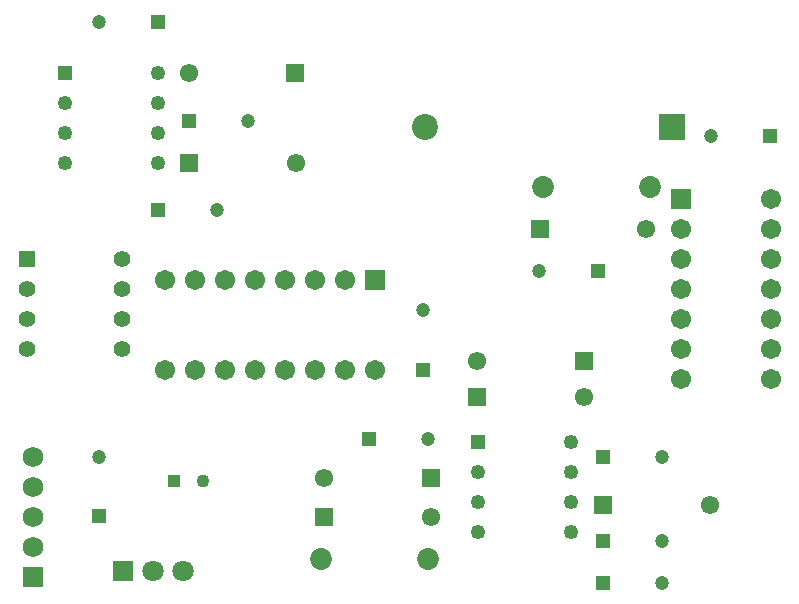
<source format=gts>
G04*
G04 #@! TF.GenerationSoftware,Altium Limited,Altium Designer,21.2.1 (34)*
G04*
G04 Layer_Color=8388736*
%FSLAX25Y25*%
%MOIN*%
G70*
G04*
G04 #@! TF.SameCoordinates,3CCBA5C7-3EF3-4D3C-93EB-A50EB93EC52C*
G04*
G04*
G04 #@! TF.FilePolarity,Negative*
G04*
G01*
G75*
%ADD16C,0.06706*%
%ADD17R,0.06706X0.06706*%
%ADD18C,0.04921*%
%ADD19R,0.04921X0.04921*%
%ADD20R,0.06115X0.06115*%
%ADD21C,0.06115*%
%ADD22C,0.04724*%
%ADD23R,0.04724X0.04724*%
%ADD24C,0.05512*%
%ADD25R,0.05512X0.05512*%
%ADD26R,0.04724X0.04724*%
%ADD27C,0.07296*%
%ADD28R,0.06706X0.06706*%
%ADD29C,0.07099*%
%ADD30R,0.07099X0.07099*%
%ADD31C,0.04331*%
%ADD32R,0.04331X0.04331*%
%ADD33C,0.08661*%
%ADD34R,0.08661X0.08661*%
%ADD35R,0.06902X0.06902*%
%ADD36C,0.06902*%
D16*
X58000Y81000D02*
D03*
X68000D02*
D03*
X78000D02*
D03*
X88000D02*
D03*
X98000D02*
D03*
X108000D02*
D03*
X118000D02*
D03*
X128000D02*
D03*
X58000Y111000D02*
D03*
X68000D02*
D03*
X78000D02*
D03*
X88000D02*
D03*
X98000D02*
D03*
X108000D02*
D03*
X118000D02*
D03*
X260000Y78000D02*
D03*
Y88000D02*
D03*
Y98000D02*
D03*
Y108000D02*
D03*
Y118000D02*
D03*
Y128000D02*
D03*
Y138000D02*
D03*
X230000Y78000D02*
D03*
Y88000D02*
D03*
Y98000D02*
D03*
Y108000D02*
D03*
Y118000D02*
D03*
Y128000D02*
D03*
D17*
X128000Y111000D02*
D03*
D18*
X55921Y180000D02*
D03*
Y170000D02*
D03*
Y160000D02*
D03*
Y150000D02*
D03*
X24661D02*
D03*
Y160000D02*
D03*
Y170000D02*
D03*
X193630Y57000D02*
D03*
Y47000D02*
D03*
Y37000D02*
D03*
Y27000D02*
D03*
X162370D02*
D03*
Y37000D02*
D03*
Y47000D02*
D03*
D19*
X24661Y180000D02*
D03*
X162370Y57000D02*
D03*
D20*
X66284Y150000D02*
D03*
X101433Y180000D02*
D03*
X197716Y84000D02*
D03*
X162284Y72000D02*
D03*
X204283Y36000D02*
D03*
X146716Y45000D02*
D03*
X111284Y32000D02*
D03*
X183064Y128000D02*
D03*
D21*
X101716Y150000D02*
D03*
X66000Y180000D02*
D03*
X162284Y84000D02*
D03*
X197716Y72000D02*
D03*
X239717Y36000D02*
D03*
X111284Y45000D02*
D03*
X146716Y32000D02*
D03*
X218498Y128000D02*
D03*
D22*
X85843Y164000D02*
D03*
X36158Y197000D02*
D03*
X144000Y100685D02*
D03*
X75606Y134079D02*
D03*
X145843Y58000D02*
D03*
X223843Y10000D02*
D03*
Y24000D02*
D03*
Y52000D02*
D03*
X182655Y114000D02*
D03*
X240158Y159000D02*
D03*
X36000Y51842D02*
D03*
D23*
X66158Y164000D02*
D03*
X55843Y197000D02*
D03*
X55921Y134079D02*
D03*
X126157Y58000D02*
D03*
X204157Y10000D02*
D03*
Y24000D02*
D03*
Y52000D02*
D03*
X202340Y114000D02*
D03*
X259842Y159000D02*
D03*
D24*
X12250Y88000D02*
D03*
Y98000D02*
D03*
Y108000D02*
D03*
X43750Y88000D02*
D03*
Y98000D02*
D03*
Y108000D02*
D03*
Y118000D02*
D03*
D25*
X12250D02*
D03*
D26*
X144000Y81000D02*
D03*
X36000Y32157D02*
D03*
D27*
X110284Y18000D02*
D03*
X145717D02*
D03*
X184283Y142000D02*
D03*
X219717D02*
D03*
D28*
X230000Y138000D02*
D03*
D29*
X64000Y14000D02*
D03*
X54000D02*
D03*
D30*
X44000D02*
D03*
D31*
X70921Y44000D02*
D03*
D32*
X61079D02*
D03*
D33*
X144780Y162000D02*
D03*
D34*
X227221D02*
D03*
D35*
X14000Y12000D02*
D03*
D36*
Y22000D02*
D03*
Y32000D02*
D03*
Y42000D02*
D03*
Y52000D02*
D03*
M02*

</source>
